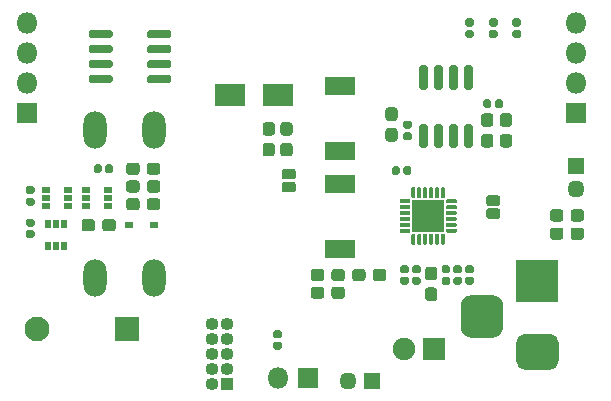
<source format=gbr>
%TF.GenerationSoftware,KiCad,Pcbnew,(5.1.6)-1*%
%TF.CreationDate,2021-03-25T12:52:47+05:30*%
%TF.ProjectId,RX_Controller,52585f43-6f6e-4747-926f-6c6c65722e6b,rev?*%
%TF.SameCoordinates,Original*%
%TF.FileFunction,Soldermask,Bot*%
%TF.FilePolarity,Negative*%
%FSLAX46Y46*%
G04 Gerber Fmt 4.6, Leading zero omitted, Abs format (unit mm)*
G04 Created by KiCad (PCBNEW (5.1.6)-1) date 2021-03-25 12:52:47*
%MOMM*%
%LPD*%
G01*
G04 APERTURE LIST*
%ADD10O,1.950000X3.148000*%
%ADD11O,1.800000X1.800000*%
%ADD12R,1.800000X1.800000*%
%ADD13R,2.100000X2.100000*%
%ADD14C,2.100000*%
%ADD15R,2.600000X1.900000*%
%ADD16R,3.600000X3.600000*%
%ADD17R,1.100000X1.100000*%
%ADD18O,1.100000X1.100000*%
%ADD19R,1.450000X1.450000*%
%ADD20O,1.450000X1.450000*%
%ADD21R,2.500000X1.600000*%
%ADD22R,2.800000X2.800000*%
%ADD23R,0.750000X0.500000*%
%ADD24R,1.900000X1.900000*%
%ADD25C,1.900000*%
%ADD26R,0.700000X0.550000*%
%ADD27R,0.500000X0.750000*%
G04 APERTURE END LIST*
D10*
%TO.C,SW1*%
X107500000Y-90750000D03*
X112500000Y-90750000D03*
X107500000Y-103250000D03*
X112500000Y-103250000D03*
%TD*%
D11*
%TO.C,J3*%
X148250000Y-81630000D03*
X148250000Y-84170000D03*
X148250000Y-86710000D03*
D12*
X148250000Y-89250000D03*
%TD*%
%TO.C,U3*%
G36*
G01*
X109050000Y-82420000D02*
X109050000Y-82770000D01*
G75*
G02*
X108875000Y-82945000I-175000J0D01*
G01*
X107175000Y-82945000D01*
G75*
G02*
X107000000Y-82770000I0J175000D01*
G01*
X107000000Y-82420000D01*
G75*
G02*
X107175000Y-82245000I175000J0D01*
G01*
X108875000Y-82245000D01*
G75*
G02*
X109050000Y-82420000I0J-175000D01*
G01*
G37*
G36*
G01*
X109050000Y-83690000D02*
X109050000Y-84040000D01*
G75*
G02*
X108875000Y-84215000I-175000J0D01*
G01*
X107175000Y-84215000D01*
G75*
G02*
X107000000Y-84040000I0J175000D01*
G01*
X107000000Y-83690000D01*
G75*
G02*
X107175000Y-83515000I175000J0D01*
G01*
X108875000Y-83515000D01*
G75*
G02*
X109050000Y-83690000I0J-175000D01*
G01*
G37*
G36*
G01*
X109050000Y-84960000D02*
X109050000Y-85310000D01*
G75*
G02*
X108875000Y-85485000I-175000J0D01*
G01*
X107175000Y-85485000D01*
G75*
G02*
X107000000Y-85310000I0J175000D01*
G01*
X107000000Y-84960000D01*
G75*
G02*
X107175000Y-84785000I175000J0D01*
G01*
X108875000Y-84785000D01*
G75*
G02*
X109050000Y-84960000I0J-175000D01*
G01*
G37*
G36*
G01*
X109050000Y-86230000D02*
X109050000Y-86580000D01*
G75*
G02*
X108875000Y-86755000I-175000J0D01*
G01*
X107175000Y-86755000D01*
G75*
G02*
X107000000Y-86580000I0J175000D01*
G01*
X107000000Y-86230000D01*
G75*
G02*
X107175000Y-86055000I175000J0D01*
G01*
X108875000Y-86055000D01*
G75*
G02*
X109050000Y-86230000I0J-175000D01*
G01*
G37*
G36*
G01*
X114000000Y-86230000D02*
X114000000Y-86580000D01*
G75*
G02*
X113825000Y-86755000I-175000J0D01*
G01*
X112125000Y-86755000D01*
G75*
G02*
X111950000Y-86580000I0J175000D01*
G01*
X111950000Y-86230000D01*
G75*
G02*
X112125000Y-86055000I175000J0D01*
G01*
X113825000Y-86055000D01*
G75*
G02*
X114000000Y-86230000I0J-175000D01*
G01*
G37*
G36*
G01*
X114000000Y-84960000D02*
X114000000Y-85310000D01*
G75*
G02*
X113825000Y-85485000I-175000J0D01*
G01*
X112125000Y-85485000D01*
G75*
G02*
X111950000Y-85310000I0J175000D01*
G01*
X111950000Y-84960000D01*
G75*
G02*
X112125000Y-84785000I175000J0D01*
G01*
X113825000Y-84785000D01*
G75*
G02*
X114000000Y-84960000I0J-175000D01*
G01*
G37*
G36*
G01*
X114000000Y-83690000D02*
X114000000Y-84040000D01*
G75*
G02*
X113825000Y-84215000I-175000J0D01*
G01*
X112125000Y-84215000D01*
G75*
G02*
X111950000Y-84040000I0J175000D01*
G01*
X111950000Y-83690000D01*
G75*
G02*
X112125000Y-83515000I175000J0D01*
G01*
X113825000Y-83515000D01*
G75*
G02*
X114000000Y-83690000I0J-175000D01*
G01*
G37*
G36*
G01*
X114000000Y-82420000D02*
X114000000Y-82770000D01*
G75*
G02*
X113825000Y-82945000I-175000J0D01*
G01*
X112125000Y-82945000D01*
G75*
G02*
X111950000Y-82770000I0J175000D01*
G01*
X111950000Y-82420000D01*
G75*
G02*
X112125000Y-82245000I175000J0D01*
G01*
X113825000Y-82245000D01*
G75*
G02*
X114000000Y-82420000I0J-175000D01*
G01*
G37*
%TD*%
%TO.C,BT1*%
X125540000Y-111750000D03*
D11*
X123000000Y-111750000D03*
%TD*%
D13*
%TO.C,BZ1*%
X110250000Y-107600000D03*
D14*
X102650000Y-107600000D03*
%TD*%
%TO.C,C1*%
G36*
G01*
X146050000Y-98212500D02*
X146050000Y-97687500D01*
G75*
G02*
X146312500Y-97425000I262500J0D01*
G01*
X146937500Y-97425000D01*
G75*
G02*
X147200000Y-97687500I0J-262500D01*
G01*
X147200000Y-98212500D01*
G75*
G02*
X146937500Y-98475000I-262500J0D01*
G01*
X146312500Y-98475000D01*
G75*
G02*
X146050000Y-98212500I0J262500D01*
G01*
G37*
G36*
G01*
X147800000Y-98212500D02*
X147800000Y-97687500D01*
G75*
G02*
X148062500Y-97425000I262500J0D01*
G01*
X148687500Y-97425000D01*
G75*
G02*
X148950000Y-97687500I0J-262500D01*
G01*
X148950000Y-98212500D01*
G75*
G02*
X148687500Y-98475000I-262500J0D01*
G01*
X148062500Y-98475000D01*
G75*
G02*
X147800000Y-98212500I0J262500D01*
G01*
G37*
%TD*%
%TO.C,C2*%
G36*
G01*
X147800000Y-99762500D02*
X147800000Y-99237500D01*
G75*
G02*
X148062500Y-98975000I262500J0D01*
G01*
X148687500Y-98975000D01*
G75*
G02*
X148950000Y-99237500I0J-262500D01*
G01*
X148950000Y-99762500D01*
G75*
G02*
X148687500Y-100025000I-262500J0D01*
G01*
X148062500Y-100025000D01*
G75*
G02*
X147800000Y-99762500I0J262500D01*
G01*
G37*
G36*
G01*
X146050000Y-99762500D02*
X146050000Y-99237500D01*
G75*
G02*
X146312500Y-98975000I262500J0D01*
G01*
X146937500Y-98975000D01*
G75*
G02*
X147200000Y-99237500I0J-262500D01*
G01*
X147200000Y-99762500D01*
G75*
G02*
X146937500Y-100025000I-262500J0D01*
G01*
X146312500Y-100025000D01*
G75*
G02*
X146050000Y-99762500I0J262500D01*
G01*
G37*
%TD*%
%TO.C,C3*%
G36*
G01*
X133640000Y-94347500D02*
X133640000Y-93952500D01*
G75*
G02*
X133812500Y-93780000I172500J0D01*
G01*
X134157500Y-93780000D01*
G75*
G02*
X134330000Y-93952500I0J-172500D01*
G01*
X134330000Y-94347500D01*
G75*
G02*
X134157500Y-94520000I-172500J0D01*
G01*
X133812500Y-94520000D01*
G75*
G02*
X133640000Y-94347500I0J172500D01*
G01*
G37*
G36*
G01*
X132670000Y-94347500D02*
X132670000Y-93952500D01*
G75*
G02*
X132842500Y-93780000I172500J0D01*
G01*
X133187500Y-93780000D01*
G75*
G02*
X133360000Y-93952500I0J-172500D01*
G01*
X133360000Y-94347500D01*
G75*
G02*
X133187500Y-94520000I-172500J0D01*
G01*
X132842500Y-94520000D01*
G75*
G02*
X132670000Y-94347500I0J172500D01*
G01*
G37*
%TD*%
%TO.C,C4*%
G36*
G01*
X132200000Y-102737500D02*
X132200000Y-103262500D01*
G75*
G02*
X131937500Y-103525000I-262500J0D01*
G01*
X131312500Y-103525000D01*
G75*
G02*
X131050000Y-103262500I0J262500D01*
G01*
X131050000Y-102737500D01*
G75*
G02*
X131312500Y-102475000I262500J0D01*
G01*
X131937500Y-102475000D01*
G75*
G02*
X132200000Y-102737500I0J-262500D01*
G01*
G37*
G36*
G01*
X130450000Y-102737500D02*
X130450000Y-103262500D01*
G75*
G02*
X130187500Y-103525000I-262500J0D01*
G01*
X129562500Y-103525000D01*
G75*
G02*
X129300000Y-103262500I0J262500D01*
G01*
X129300000Y-102737500D01*
G75*
G02*
X129562500Y-102475000I262500J0D01*
G01*
X130187500Y-102475000D01*
G75*
G02*
X130450000Y-102737500I0J-262500D01*
G01*
G37*
%TD*%
%TO.C,C6*%
G36*
G01*
X142597501Y-92200000D02*
X142072501Y-92200000D01*
G75*
G02*
X141810001Y-91937500I0J262500D01*
G01*
X141810001Y-91312500D01*
G75*
G02*
X142072501Y-91050000I262500J0D01*
G01*
X142597501Y-91050000D01*
G75*
G02*
X142860001Y-91312500I0J-262500D01*
G01*
X142860001Y-91937500D01*
G75*
G02*
X142597501Y-92200000I-262500J0D01*
G01*
G37*
G36*
G01*
X142597501Y-90450000D02*
X142072501Y-90450000D01*
G75*
G02*
X141810001Y-90187500I0J262500D01*
G01*
X141810001Y-89562500D01*
G75*
G02*
X142072501Y-89300000I262500J0D01*
G01*
X142597501Y-89300000D01*
G75*
G02*
X142860001Y-89562500I0J-262500D01*
G01*
X142860001Y-90187500D01*
G75*
G02*
X142597501Y-90450000I-262500J0D01*
G01*
G37*
%TD*%
%TO.C,C8*%
G36*
G01*
X126949999Y-102737501D02*
X126949999Y-103262501D01*
G75*
G02*
X126687499Y-103525001I-262500J0D01*
G01*
X126062499Y-103525001D01*
G75*
G02*
X125799999Y-103262501I0J262500D01*
G01*
X125799999Y-102737501D01*
G75*
G02*
X126062499Y-102475001I262500J0D01*
G01*
X126687499Y-102475001D01*
G75*
G02*
X126949999Y-102737501I0J-262500D01*
G01*
G37*
G36*
G01*
X128699999Y-102737501D02*
X128699999Y-103262501D01*
G75*
G02*
X128437499Y-103525001I-262500J0D01*
G01*
X127812499Y-103525001D01*
G75*
G02*
X127549999Y-103262501I0J262500D01*
G01*
X127549999Y-102737501D01*
G75*
G02*
X127812499Y-102475001I262500J0D01*
G01*
X128437499Y-102475001D01*
G75*
G02*
X128699999Y-102737501I0J-262500D01*
G01*
G37*
%TD*%
%TO.C,C9*%
G36*
G01*
X141012500Y-90450000D02*
X140487500Y-90450000D01*
G75*
G02*
X140225000Y-90187500I0J262500D01*
G01*
X140225000Y-89562500D01*
G75*
G02*
X140487500Y-89300000I262500J0D01*
G01*
X141012500Y-89300000D01*
G75*
G02*
X141275000Y-89562500I0J-262500D01*
G01*
X141275000Y-90187500D01*
G75*
G02*
X141012500Y-90450000I-262500J0D01*
G01*
G37*
G36*
G01*
X141012500Y-92200000D02*
X140487500Y-92200000D01*
G75*
G02*
X140225000Y-91937500I0J262500D01*
G01*
X140225000Y-91312500D01*
G75*
G02*
X140487500Y-91050000I262500J0D01*
G01*
X141012500Y-91050000D01*
G75*
G02*
X141275000Y-91312500I0J-262500D01*
G01*
X141275000Y-91937500D01*
G75*
G02*
X141012500Y-92200000I-262500J0D01*
G01*
G37*
%TD*%
%TO.C,C10*%
G36*
G01*
X128700000Y-104237500D02*
X128700000Y-104762500D01*
G75*
G02*
X128437500Y-105025000I-262500J0D01*
G01*
X127812500Y-105025000D01*
G75*
G02*
X127550000Y-104762500I0J262500D01*
G01*
X127550000Y-104237500D01*
G75*
G02*
X127812500Y-103975000I262500J0D01*
G01*
X128437500Y-103975000D01*
G75*
G02*
X128700000Y-104237500I0J-262500D01*
G01*
G37*
G36*
G01*
X126950000Y-104237500D02*
X126950000Y-104762500D01*
G75*
G02*
X126687500Y-105025000I-262500J0D01*
G01*
X126062500Y-105025000D01*
G75*
G02*
X125800000Y-104762500I0J262500D01*
G01*
X125800000Y-104237500D01*
G75*
G02*
X126062500Y-103975000I262500J0D01*
G01*
X126687500Y-103975000D01*
G75*
G02*
X126950000Y-104237500I0J-262500D01*
G01*
G37*
%TD*%
%TO.C,C11*%
G36*
G01*
X111325000Y-93737500D02*
X111325000Y-94262500D01*
G75*
G02*
X111062500Y-94525000I-262500J0D01*
G01*
X110437500Y-94525000D01*
G75*
G02*
X110175000Y-94262500I0J262500D01*
G01*
X110175000Y-93737500D01*
G75*
G02*
X110437500Y-93475000I262500J0D01*
G01*
X111062500Y-93475000D01*
G75*
G02*
X111325000Y-93737500I0J-262500D01*
G01*
G37*
G36*
G01*
X113075000Y-93737500D02*
X113075000Y-94262500D01*
G75*
G02*
X112812500Y-94525000I-262500J0D01*
G01*
X112187500Y-94525000D01*
G75*
G02*
X111925000Y-94262500I0J262500D01*
G01*
X111925000Y-93737500D01*
G75*
G02*
X112187500Y-93475000I262500J0D01*
G01*
X112812500Y-93475000D01*
G75*
G02*
X113075000Y-93737500I0J-262500D01*
G01*
G37*
%TD*%
%TO.C,C13*%
G36*
G01*
X109300000Y-98512500D02*
X109300000Y-99037500D01*
G75*
G02*
X109037500Y-99300000I-262500J0D01*
G01*
X108412500Y-99300000D01*
G75*
G02*
X108150000Y-99037500I0J262500D01*
G01*
X108150000Y-98512500D01*
G75*
G02*
X108412500Y-98250000I262500J0D01*
G01*
X109037500Y-98250000D01*
G75*
G02*
X109300000Y-98512500I0J-262500D01*
G01*
G37*
G36*
G01*
X107550000Y-98512500D02*
X107550000Y-99037500D01*
G75*
G02*
X107287500Y-99300000I-262500J0D01*
G01*
X106662500Y-99300000D01*
G75*
G02*
X106400000Y-99037500I0J262500D01*
G01*
X106400000Y-98512500D01*
G75*
G02*
X106662500Y-98250000I262500J0D01*
G01*
X107287500Y-98250000D01*
G75*
G02*
X107550000Y-98512500I0J-262500D01*
G01*
G37*
%TD*%
%TO.C,C12*%
G36*
G01*
X122802500Y-107670000D02*
X123197500Y-107670000D01*
G75*
G02*
X123370000Y-107842500I0J-172500D01*
G01*
X123370000Y-108187500D01*
G75*
G02*
X123197500Y-108360000I-172500J0D01*
G01*
X122802500Y-108360000D01*
G75*
G02*
X122630000Y-108187500I0J172500D01*
G01*
X122630000Y-107842500D01*
G75*
G02*
X122802500Y-107670000I172500J0D01*
G01*
G37*
G36*
G01*
X122802500Y-108640000D02*
X123197500Y-108640000D01*
G75*
G02*
X123370000Y-108812500I0J-172500D01*
G01*
X123370000Y-109157500D01*
G75*
G02*
X123197500Y-109330000I-172500J0D01*
G01*
X122802500Y-109330000D01*
G75*
G02*
X122630000Y-109157500I0J172500D01*
G01*
X122630000Y-108812500D01*
G75*
G02*
X122802500Y-108640000I172500J0D01*
G01*
G37*
%TD*%
%TO.C,C14*%
G36*
G01*
X133802500Y-89920000D02*
X134197500Y-89920000D01*
G75*
G02*
X134370000Y-90092500I0J-172500D01*
G01*
X134370000Y-90437500D01*
G75*
G02*
X134197500Y-90610000I-172500J0D01*
G01*
X133802500Y-90610000D01*
G75*
G02*
X133630000Y-90437500I0J172500D01*
G01*
X133630000Y-90092500D01*
G75*
G02*
X133802500Y-89920000I172500J0D01*
G01*
G37*
G36*
G01*
X133802500Y-90890000D02*
X134197500Y-90890000D01*
G75*
G02*
X134370000Y-91062500I0J-172500D01*
G01*
X134370000Y-91407500D01*
G75*
G02*
X134197500Y-91580000I-172500J0D01*
G01*
X133802500Y-91580000D01*
G75*
G02*
X133630000Y-91407500I0J172500D01*
G01*
X133630000Y-91062500D01*
G75*
G02*
X133802500Y-90890000I172500J0D01*
G01*
G37*
%TD*%
%TO.C,C17*%
G36*
G01*
X122512500Y-91200000D02*
X121987500Y-91200000D01*
G75*
G02*
X121725000Y-90937500I0J262500D01*
G01*
X121725000Y-90312500D01*
G75*
G02*
X121987500Y-90050000I262500J0D01*
G01*
X122512500Y-90050000D01*
G75*
G02*
X122775000Y-90312500I0J-262500D01*
G01*
X122775000Y-90937500D01*
G75*
G02*
X122512500Y-91200000I-262500J0D01*
G01*
G37*
G36*
G01*
X122512500Y-92950000D02*
X121987500Y-92950000D01*
G75*
G02*
X121725000Y-92687500I0J262500D01*
G01*
X121725000Y-92062500D01*
G75*
G02*
X121987500Y-91800000I262500J0D01*
G01*
X122512500Y-91800000D01*
G75*
G02*
X122775000Y-92062500I0J-262500D01*
G01*
X122775000Y-92687500D01*
G75*
G02*
X122512500Y-92950000I-262500J0D01*
G01*
G37*
%TD*%
D15*
%TO.C,D6*%
X123000000Y-87750000D03*
X119000000Y-87750000D03*
%TD*%
D12*
%TO.C,J4*%
X101750000Y-89250000D03*
D11*
X101750000Y-86710000D03*
X101750000Y-84170000D03*
X101750000Y-81630000D03*
%TD*%
D16*
%TO.C,J1*%
X145000000Y-103500000D03*
G36*
G01*
X146025000Y-111050000D02*
X143975000Y-111050000D01*
G75*
G02*
X143200000Y-110275000I0J775000D01*
G01*
X143200000Y-108725000D01*
G75*
G02*
X143975000Y-107950000I775000J0D01*
G01*
X146025000Y-107950000D01*
G75*
G02*
X146800000Y-108725000I0J-775000D01*
G01*
X146800000Y-110275000D01*
G75*
G02*
X146025000Y-111050000I-775000J0D01*
G01*
G37*
G36*
G01*
X141200000Y-108300000D02*
X139400000Y-108300000D01*
G75*
G02*
X138500000Y-107400000I0J900000D01*
G01*
X138500000Y-105600000D01*
G75*
G02*
X139400000Y-104700000I900000J0D01*
G01*
X141200000Y-104700000D01*
G75*
G02*
X142100000Y-105600000I0J-900000D01*
G01*
X142100000Y-107400000D01*
G75*
G02*
X141200000Y-108300000I-900000J0D01*
G01*
G37*
%TD*%
D17*
%TO.C,J2*%
X118750000Y-112250000D03*
D18*
X117480000Y-112250000D03*
X118750000Y-110980000D03*
X117480000Y-110980000D03*
X118750000Y-109710000D03*
X117480000Y-109710000D03*
X118750000Y-108440000D03*
X117480000Y-108440000D03*
X118750000Y-107170000D03*
X117480000Y-107170000D03*
%TD*%
D19*
%TO.C,J5*%
X148250000Y-93750000D03*
D20*
X148250000Y-95750000D03*
%TD*%
%TO.C,JP1*%
G36*
G01*
X140875000Y-97350000D02*
X141625000Y-97350000D01*
G75*
G02*
X141850000Y-97575000I0J-225000D01*
G01*
X141850000Y-98025000D01*
G75*
G02*
X141625000Y-98250000I-225000J0D01*
G01*
X140875000Y-98250000D01*
G75*
G02*
X140650000Y-98025000I0J225000D01*
G01*
X140650000Y-97575000D01*
G75*
G02*
X140875000Y-97350000I225000J0D01*
G01*
G37*
G36*
G01*
X140875000Y-96250000D02*
X141625000Y-96250000D01*
G75*
G02*
X141850000Y-96475000I0J-225000D01*
G01*
X141850000Y-96925000D01*
G75*
G02*
X141625000Y-97150000I-225000J0D01*
G01*
X140875000Y-97150000D01*
G75*
G02*
X140650000Y-96925000I0J225000D01*
G01*
X140650000Y-96475000D01*
G75*
G02*
X140875000Y-96250000I225000J0D01*
G01*
G37*
%TD*%
%TO.C,JP2*%
G36*
G01*
X123575000Y-94000000D02*
X124325000Y-94000000D01*
G75*
G02*
X124550000Y-94225000I0J-225000D01*
G01*
X124550000Y-94675000D01*
G75*
G02*
X124325000Y-94900000I-225000J0D01*
G01*
X123575000Y-94900000D01*
G75*
G02*
X123350000Y-94675000I0J225000D01*
G01*
X123350000Y-94225000D01*
G75*
G02*
X123575000Y-94000000I225000J0D01*
G01*
G37*
G36*
G01*
X123575000Y-95100000D02*
X124325000Y-95100000D01*
G75*
G02*
X124550000Y-95325000I0J-225000D01*
G01*
X124550000Y-95775000D01*
G75*
G02*
X124325000Y-96000000I-225000J0D01*
G01*
X123575000Y-96000000D01*
G75*
G02*
X123350000Y-95775000I0J225000D01*
G01*
X123350000Y-95325000D01*
G75*
G02*
X123575000Y-95100000I225000J0D01*
G01*
G37*
%TD*%
D21*
%TO.C,L1*%
X128250000Y-100750000D03*
X128250000Y-95250000D03*
%TD*%
%TO.C,L2*%
X128250000Y-87000000D03*
X128250000Y-92500000D03*
%TD*%
%TO.C,R2*%
G36*
G01*
X138052500Y-102170000D02*
X138447500Y-102170000D01*
G75*
G02*
X138620000Y-102342500I0J-172500D01*
G01*
X138620000Y-102687500D01*
G75*
G02*
X138447500Y-102860000I-172500J0D01*
G01*
X138052500Y-102860000D01*
G75*
G02*
X137880000Y-102687500I0J172500D01*
G01*
X137880000Y-102342500D01*
G75*
G02*
X138052500Y-102170000I172500J0D01*
G01*
G37*
G36*
G01*
X138052500Y-103140000D02*
X138447500Y-103140000D01*
G75*
G02*
X138620000Y-103312500I0J-172500D01*
G01*
X138620000Y-103657500D01*
G75*
G02*
X138447500Y-103830000I-172500J0D01*
G01*
X138052500Y-103830000D01*
G75*
G02*
X137880000Y-103657500I0J172500D01*
G01*
X137880000Y-103312500D01*
G75*
G02*
X138052500Y-103140000I172500J0D01*
G01*
G37*
%TD*%
%TO.C,R3*%
G36*
G01*
X139052500Y-102170000D02*
X139447500Y-102170000D01*
G75*
G02*
X139620000Y-102342500I0J-172500D01*
G01*
X139620000Y-102687500D01*
G75*
G02*
X139447500Y-102860000I-172500J0D01*
G01*
X139052500Y-102860000D01*
G75*
G02*
X138880000Y-102687500I0J172500D01*
G01*
X138880000Y-102342500D01*
G75*
G02*
X139052500Y-102170000I172500J0D01*
G01*
G37*
G36*
G01*
X139052500Y-103140000D02*
X139447500Y-103140000D01*
G75*
G02*
X139620000Y-103312500I0J-172500D01*
G01*
X139620000Y-103657500D01*
G75*
G02*
X139447500Y-103830000I-172500J0D01*
G01*
X139052500Y-103830000D01*
G75*
G02*
X138880000Y-103657500I0J172500D01*
G01*
X138880000Y-103312500D01*
G75*
G02*
X139052500Y-103140000I172500J0D01*
G01*
G37*
%TD*%
%TO.C,R5*%
G36*
G01*
X135737500Y-104050000D02*
X136262500Y-104050000D01*
G75*
G02*
X136525000Y-104312500I0J-262500D01*
G01*
X136525000Y-104937500D01*
G75*
G02*
X136262500Y-105200000I-262500J0D01*
G01*
X135737500Y-105200000D01*
G75*
G02*
X135475000Y-104937500I0J262500D01*
G01*
X135475000Y-104312500D01*
G75*
G02*
X135737500Y-104050000I262500J0D01*
G01*
G37*
G36*
G01*
X135737500Y-102300000D02*
X136262500Y-102300000D01*
G75*
G02*
X136525000Y-102562500I0J-262500D01*
G01*
X136525000Y-103187500D01*
G75*
G02*
X136262500Y-103450000I-262500J0D01*
G01*
X135737500Y-103450000D01*
G75*
G02*
X135475000Y-103187500I0J262500D01*
G01*
X135475000Y-102562500D01*
G75*
G02*
X135737500Y-102300000I262500J0D01*
G01*
G37*
%TD*%
%TO.C,R6*%
G36*
G01*
X137052500Y-103140000D02*
X137447500Y-103140000D01*
G75*
G02*
X137620000Y-103312500I0J-172500D01*
G01*
X137620000Y-103657500D01*
G75*
G02*
X137447500Y-103830000I-172500J0D01*
G01*
X137052500Y-103830000D01*
G75*
G02*
X136880000Y-103657500I0J172500D01*
G01*
X136880000Y-103312500D01*
G75*
G02*
X137052500Y-103140000I172500J0D01*
G01*
G37*
G36*
G01*
X137052500Y-102170000D02*
X137447500Y-102170000D01*
G75*
G02*
X137620000Y-102342500I0J-172500D01*
G01*
X137620000Y-102687500D01*
G75*
G02*
X137447500Y-102860000I-172500J0D01*
G01*
X137052500Y-102860000D01*
G75*
G02*
X136880000Y-102687500I0J172500D01*
G01*
X136880000Y-102342500D01*
G75*
G02*
X137052500Y-102170000I172500J0D01*
G01*
G37*
%TD*%
%TO.C,R10*%
G36*
G01*
X134947500Y-102860000D02*
X134552500Y-102860000D01*
G75*
G02*
X134380000Y-102687500I0J172500D01*
G01*
X134380000Y-102342500D01*
G75*
G02*
X134552500Y-102170000I172500J0D01*
G01*
X134947500Y-102170000D01*
G75*
G02*
X135120000Y-102342500I0J-172500D01*
G01*
X135120000Y-102687500D01*
G75*
G02*
X134947500Y-102860000I-172500J0D01*
G01*
G37*
G36*
G01*
X134947500Y-103830000D02*
X134552500Y-103830000D01*
G75*
G02*
X134380000Y-103657500I0J172500D01*
G01*
X134380000Y-103312500D01*
G75*
G02*
X134552500Y-103140000I172500J0D01*
G01*
X134947500Y-103140000D01*
G75*
G02*
X135120000Y-103312500I0J-172500D01*
G01*
X135120000Y-103657500D01*
G75*
G02*
X134947500Y-103830000I-172500J0D01*
G01*
G37*
%TD*%
%TO.C,R11*%
G36*
G01*
X133552500Y-102170000D02*
X133947500Y-102170000D01*
G75*
G02*
X134120000Y-102342500I0J-172500D01*
G01*
X134120000Y-102687500D01*
G75*
G02*
X133947500Y-102860000I-172500J0D01*
G01*
X133552500Y-102860000D01*
G75*
G02*
X133380000Y-102687500I0J172500D01*
G01*
X133380000Y-102342500D01*
G75*
G02*
X133552500Y-102170000I172500J0D01*
G01*
G37*
G36*
G01*
X133552500Y-103140000D02*
X133947500Y-103140000D01*
G75*
G02*
X134120000Y-103312500I0J-172500D01*
G01*
X134120000Y-103657500D01*
G75*
G02*
X133947500Y-103830000I-172500J0D01*
G01*
X133552500Y-103830000D01*
G75*
G02*
X133380000Y-103657500I0J172500D01*
G01*
X133380000Y-103312500D01*
G75*
G02*
X133552500Y-103140000I172500J0D01*
G01*
G37*
%TD*%
%TO.C,R15*%
G36*
G01*
X111925000Y-95762500D02*
X111925000Y-95237500D01*
G75*
G02*
X112187500Y-94975000I262500J0D01*
G01*
X112812500Y-94975000D01*
G75*
G02*
X113075000Y-95237500I0J-262500D01*
G01*
X113075000Y-95762500D01*
G75*
G02*
X112812500Y-96025000I-262500J0D01*
G01*
X112187500Y-96025000D01*
G75*
G02*
X111925000Y-95762500I0J262500D01*
G01*
G37*
G36*
G01*
X110175000Y-95762500D02*
X110175000Y-95237500D01*
G75*
G02*
X110437500Y-94975000I262500J0D01*
G01*
X111062500Y-94975000D01*
G75*
G02*
X111325000Y-95237500I0J-262500D01*
G01*
X111325000Y-95762500D01*
G75*
G02*
X111062500Y-96025000I-262500J0D01*
G01*
X110437500Y-96025000D01*
G75*
G02*
X110175000Y-95762500I0J262500D01*
G01*
G37*
%TD*%
%TO.C,R16*%
G36*
G01*
X110175000Y-97262500D02*
X110175000Y-96737500D01*
G75*
G02*
X110437500Y-96475000I262500J0D01*
G01*
X111062500Y-96475000D01*
G75*
G02*
X111325000Y-96737500I0J-262500D01*
G01*
X111325000Y-97262500D01*
G75*
G02*
X111062500Y-97525000I-262500J0D01*
G01*
X110437500Y-97525000D01*
G75*
G02*
X110175000Y-97262500I0J262500D01*
G01*
G37*
G36*
G01*
X111925000Y-97262500D02*
X111925000Y-96737500D01*
G75*
G02*
X112187500Y-96475000I262500J0D01*
G01*
X112812500Y-96475000D01*
G75*
G02*
X113075000Y-96737500I0J-262500D01*
G01*
X113075000Y-97262500D01*
G75*
G02*
X112812500Y-97525000I-262500J0D01*
G01*
X112187500Y-97525000D01*
G75*
G02*
X111925000Y-97262500I0J262500D01*
G01*
G37*
%TD*%
%TO.C,R4*%
G36*
G01*
X141052500Y-82240000D02*
X141447500Y-82240000D01*
G75*
G02*
X141620000Y-82412500I0J-172500D01*
G01*
X141620000Y-82757500D01*
G75*
G02*
X141447500Y-82930000I-172500J0D01*
G01*
X141052500Y-82930000D01*
G75*
G02*
X140880000Y-82757500I0J172500D01*
G01*
X140880000Y-82412500D01*
G75*
G02*
X141052500Y-82240000I172500J0D01*
G01*
G37*
G36*
G01*
X141052500Y-81270000D02*
X141447500Y-81270000D01*
G75*
G02*
X141620000Y-81442500I0J-172500D01*
G01*
X141620000Y-81787500D01*
G75*
G02*
X141447500Y-81960000I-172500J0D01*
G01*
X141052500Y-81960000D01*
G75*
G02*
X140880000Y-81787500I0J172500D01*
G01*
X140880000Y-81442500D01*
G75*
G02*
X141052500Y-81270000I172500J0D01*
G01*
G37*
%TD*%
%TO.C,R1*%
G36*
G01*
X139052500Y-82240000D02*
X139447500Y-82240000D01*
G75*
G02*
X139620000Y-82412500I0J-172500D01*
G01*
X139620000Y-82757500D01*
G75*
G02*
X139447500Y-82930000I-172500J0D01*
G01*
X139052500Y-82930000D01*
G75*
G02*
X138880000Y-82757500I0J172500D01*
G01*
X138880000Y-82412500D01*
G75*
G02*
X139052500Y-82240000I172500J0D01*
G01*
G37*
G36*
G01*
X139052500Y-81270000D02*
X139447500Y-81270000D01*
G75*
G02*
X139620000Y-81442500I0J-172500D01*
G01*
X139620000Y-81787500D01*
G75*
G02*
X139447500Y-81960000I-172500J0D01*
G01*
X139052500Y-81960000D01*
G75*
G02*
X138880000Y-81787500I0J172500D01*
G01*
X138880000Y-81442500D01*
G75*
G02*
X139052500Y-81270000I172500J0D01*
G01*
G37*
%TD*%
%TO.C,R19*%
G36*
G01*
X140420000Y-88697500D02*
X140420000Y-88302500D01*
G75*
G02*
X140592500Y-88130000I172500J0D01*
G01*
X140937500Y-88130000D01*
G75*
G02*
X141110000Y-88302500I0J-172500D01*
G01*
X141110000Y-88697500D01*
G75*
G02*
X140937500Y-88870000I-172500J0D01*
G01*
X140592500Y-88870000D01*
G75*
G02*
X140420000Y-88697500I0J172500D01*
G01*
G37*
G36*
G01*
X141390000Y-88697500D02*
X141390000Y-88302500D01*
G75*
G02*
X141562500Y-88130000I172500J0D01*
G01*
X141907500Y-88130000D01*
G75*
G02*
X142080000Y-88302500I0J-172500D01*
G01*
X142080000Y-88697500D01*
G75*
G02*
X141907500Y-88870000I-172500J0D01*
G01*
X141562500Y-88870000D01*
G75*
G02*
X141390000Y-88697500I0J172500D01*
G01*
G37*
%TD*%
%TO.C,R21*%
G36*
G01*
X123487500Y-90049998D02*
X124012500Y-90049998D01*
G75*
G02*
X124275000Y-90312498I0J-262500D01*
G01*
X124275000Y-90937498D01*
G75*
G02*
X124012500Y-91199998I-262500J0D01*
G01*
X123487500Y-91199998D01*
G75*
G02*
X123225000Y-90937498I0J262500D01*
G01*
X123225000Y-90312498D01*
G75*
G02*
X123487500Y-90049998I262500J0D01*
G01*
G37*
G36*
G01*
X123487500Y-91799998D02*
X124012500Y-91799998D01*
G75*
G02*
X124275000Y-92062498I0J-262500D01*
G01*
X124275000Y-92687498D01*
G75*
G02*
X124012500Y-92949998I-262500J0D01*
G01*
X123487500Y-92949998D01*
G75*
G02*
X123225000Y-92687498I0J262500D01*
G01*
X123225000Y-92062498D01*
G75*
G02*
X123487500Y-91799998I262500J0D01*
G01*
G37*
%TD*%
%TO.C,R23*%
G36*
G01*
X143052500Y-81270000D02*
X143447500Y-81270000D01*
G75*
G02*
X143620000Y-81442500I0J-172500D01*
G01*
X143620000Y-81787500D01*
G75*
G02*
X143447500Y-81960000I-172500J0D01*
G01*
X143052500Y-81960000D01*
G75*
G02*
X142880000Y-81787500I0J172500D01*
G01*
X142880000Y-81442500D01*
G75*
G02*
X143052500Y-81270000I172500J0D01*
G01*
G37*
G36*
G01*
X143052500Y-82240000D02*
X143447500Y-82240000D01*
G75*
G02*
X143620000Y-82412500I0J-172500D01*
G01*
X143620000Y-82757500D01*
G75*
G02*
X143447500Y-82930000I-172500J0D01*
G01*
X143052500Y-82930000D01*
G75*
G02*
X142880000Y-82757500I0J172500D01*
G01*
X142880000Y-82412500D01*
G75*
G02*
X143052500Y-82240000I172500J0D01*
G01*
G37*
%TD*%
D19*
%TO.C,TH1*%
X131000000Y-112000000D03*
D20*
X129000000Y-112000000D03*
%TD*%
%TO.C,U1*%
G36*
G01*
X138175000Y-96662500D02*
X138175000Y-96837500D01*
G75*
G02*
X138087500Y-96925000I-87500J0D01*
G01*
X137337500Y-96925000D01*
G75*
G02*
X137250000Y-96837500I0J87500D01*
G01*
X137250000Y-96662500D01*
G75*
G02*
X137337500Y-96575000I87500J0D01*
G01*
X138087500Y-96575000D01*
G75*
G02*
X138175000Y-96662500I0J-87500D01*
G01*
G37*
G36*
G01*
X138175000Y-97162500D02*
X138175000Y-97337500D01*
G75*
G02*
X138087500Y-97425000I-87500J0D01*
G01*
X137337500Y-97425000D01*
G75*
G02*
X137250000Y-97337500I0J87500D01*
G01*
X137250000Y-97162500D01*
G75*
G02*
X137337500Y-97075000I87500J0D01*
G01*
X138087500Y-97075000D01*
G75*
G02*
X138175000Y-97162500I0J-87500D01*
G01*
G37*
G36*
G01*
X138175000Y-97662500D02*
X138175000Y-97837500D01*
G75*
G02*
X138087500Y-97925000I-87500J0D01*
G01*
X137337500Y-97925000D01*
G75*
G02*
X137250000Y-97837500I0J87500D01*
G01*
X137250000Y-97662500D01*
G75*
G02*
X137337500Y-97575000I87500J0D01*
G01*
X138087500Y-97575000D01*
G75*
G02*
X138175000Y-97662500I0J-87500D01*
G01*
G37*
G36*
G01*
X138175000Y-98162500D02*
X138175000Y-98337500D01*
G75*
G02*
X138087500Y-98425000I-87500J0D01*
G01*
X137337500Y-98425000D01*
G75*
G02*
X137250000Y-98337500I0J87500D01*
G01*
X137250000Y-98162500D01*
G75*
G02*
X137337500Y-98075000I87500J0D01*
G01*
X138087500Y-98075000D01*
G75*
G02*
X138175000Y-98162500I0J-87500D01*
G01*
G37*
G36*
G01*
X138175000Y-98662500D02*
X138175000Y-98837500D01*
G75*
G02*
X138087500Y-98925000I-87500J0D01*
G01*
X137337500Y-98925000D01*
G75*
G02*
X137250000Y-98837500I0J87500D01*
G01*
X137250000Y-98662500D01*
G75*
G02*
X137337500Y-98575000I87500J0D01*
G01*
X138087500Y-98575000D01*
G75*
G02*
X138175000Y-98662500I0J-87500D01*
G01*
G37*
G36*
G01*
X138175000Y-99162500D02*
X138175000Y-99337500D01*
G75*
G02*
X138087500Y-99425000I-87500J0D01*
G01*
X137337500Y-99425000D01*
G75*
G02*
X137250000Y-99337500I0J87500D01*
G01*
X137250000Y-99162500D01*
G75*
G02*
X137337500Y-99075000I87500J0D01*
G01*
X138087500Y-99075000D01*
G75*
G02*
X138175000Y-99162500I0J-87500D01*
G01*
G37*
G36*
G01*
X137175000Y-99587500D02*
X137175000Y-100337500D01*
G75*
G02*
X137087500Y-100425000I-87500J0D01*
G01*
X136912500Y-100425000D01*
G75*
G02*
X136825000Y-100337500I0J87500D01*
G01*
X136825000Y-99587500D01*
G75*
G02*
X136912500Y-99500000I87500J0D01*
G01*
X137087500Y-99500000D01*
G75*
G02*
X137175000Y-99587500I0J-87500D01*
G01*
G37*
G36*
G01*
X136675000Y-99587500D02*
X136675000Y-100337500D01*
G75*
G02*
X136587500Y-100425000I-87500J0D01*
G01*
X136412500Y-100425000D01*
G75*
G02*
X136325000Y-100337500I0J87500D01*
G01*
X136325000Y-99587500D01*
G75*
G02*
X136412500Y-99500000I87500J0D01*
G01*
X136587500Y-99500000D01*
G75*
G02*
X136675000Y-99587500I0J-87500D01*
G01*
G37*
G36*
G01*
X136175000Y-99587500D02*
X136175000Y-100337500D01*
G75*
G02*
X136087500Y-100425000I-87500J0D01*
G01*
X135912500Y-100425000D01*
G75*
G02*
X135825000Y-100337500I0J87500D01*
G01*
X135825000Y-99587500D01*
G75*
G02*
X135912500Y-99500000I87500J0D01*
G01*
X136087500Y-99500000D01*
G75*
G02*
X136175000Y-99587500I0J-87500D01*
G01*
G37*
G36*
G01*
X135675000Y-99587500D02*
X135675000Y-100337500D01*
G75*
G02*
X135587500Y-100425000I-87500J0D01*
G01*
X135412500Y-100425000D01*
G75*
G02*
X135325000Y-100337500I0J87500D01*
G01*
X135325000Y-99587500D01*
G75*
G02*
X135412500Y-99500000I87500J0D01*
G01*
X135587500Y-99500000D01*
G75*
G02*
X135675000Y-99587500I0J-87500D01*
G01*
G37*
G36*
G01*
X135175000Y-99587500D02*
X135175000Y-100337500D01*
G75*
G02*
X135087500Y-100425000I-87500J0D01*
G01*
X134912500Y-100425000D01*
G75*
G02*
X134825000Y-100337500I0J87500D01*
G01*
X134825000Y-99587500D01*
G75*
G02*
X134912500Y-99500000I87500J0D01*
G01*
X135087500Y-99500000D01*
G75*
G02*
X135175000Y-99587500I0J-87500D01*
G01*
G37*
G36*
G01*
X134675000Y-99587500D02*
X134675000Y-100337500D01*
G75*
G02*
X134587500Y-100425000I-87500J0D01*
G01*
X134412500Y-100425000D01*
G75*
G02*
X134325000Y-100337500I0J87500D01*
G01*
X134325000Y-99587500D01*
G75*
G02*
X134412500Y-99500000I87500J0D01*
G01*
X134587500Y-99500000D01*
G75*
G02*
X134675000Y-99587500I0J-87500D01*
G01*
G37*
G36*
G01*
X134250000Y-99162500D02*
X134250000Y-99337500D01*
G75*
G02*
X134162500Y-99425000I-87500J0D01*
G01*
X133412500Y-99425000D01*
G75*
G02*
X133325000Y-99337500I0J87500D01*
G01*
X133325000Y-99162500D01*
G75*
G02*
X133412500Y-99075000I87500J0D01*
G01*
X134162500Y-99075000D01*
G75*
G02*
X134250000Y-99162500I0J-87500D01*
G01*
G37*
G36*
G01*
X134250000Y-98662500D02*
X134250000Y-98837500D01*
G75*
G02*
X134162500Y-98925000I-87500J0D01*
G01*
X133412500Y-98925000D01*
G75*
G02*
X133325000Y-98837500I0J87500D01*
G01*
X133325000Y-98662500D01*
G75*
G02*
X133412500Y-98575000I87500J0D01*
G01*
X134162500Y-98575000D01*
G75*
G02*
X134250000Y-98662500I0J-87500D01*
G01*
G37*
G36*
G01*
X134250000Y-98162500D02*
X134250000Y-98337500D01*
G75*
G02*
X134162500Y-98425000I-87500J0D01*
G01*
X133412500Y-98425000D01*
G75*
G02*
X133325000Y-98337500I0J87500D01*
G01*
X133325000Y-98162500D01*
G75*
G02*
X133412500Y-98075000I87500J0D01*
G01*
X134162500Y-98075000D01*
G75*
G02*
X134250000Y-98162500I0J-87500D01*
G01*
G37*
G36*
G01*
X134250000Y-97662500D02*
X134250000Y-97837500D01*
G75*
G02*
X134162500Y-97925000I-87500J0D01*
G01*
X133412500Y-97925000D01*
G75*
G02*
X133325000Y-97837500I0J87500D01*
G01*
X133325000Y-97662500D01*
G75*
G02*
X133412500Y-97575000I87500J0D01*
G01*
X134162500Y-97575000D01*
G75*
G02*
X134250000Y-97662500I0J-87500D01*
G01*
G37*
G36*
G01*
X134250000Y-97162500D02*
X134250000Y-97337500D01*
G75*
G02*
X134162500Y-97425000I-87500J0D01*
G01*
X133412500Y-97425000D01*
G75*
G02*
X133325000Y-97337500I0J87500D01*
G01*
X133325000Y-97162500D01*
G75*
G02*
X133412500Y-97075000I87500J0D01*
G01*
X134162500Y-97075000D01*
G75*
G02*
X134250000Y-97162500I0J-87500D01*
G01*
G37*
G36*
G01*
X134250000Y-96662500D02*
X134250000Y-96837500D01*
G75*
G02*
X134162500Y-96925000I-87500J0D01*
G01*
X133412500Y-96925000D01*
G75*
G02*
X133325000Y-96837500I0J87500D01*
G01*
X133325000Y-96662500D01*
G75*
G02*
X133412500Y-96575000I87500J0D01*
G01*
X134162500Y-96575000D01*
G75*
G02*
X134250000Y-96662500I0J-87500D01*
G01*
G37*
G36*
G01*
X134675000Y-95662500D02*
X134675000Y-96412500D01*
G75*
G02*
X134587500Y-96500000I-87500J0D01*
G01*
X134412500Y-96500000D01*
G75*
G02*
X134325000Y-96412500I0J87500D01*
G01*
X134325000Y-95662500D01*
G75*
G02*
X134412500Y-95575000I87500J0D01*
G01*
X134587500Y-95575000D01*
G75*
G02*
X134675000Y-95662500I0J-87500D01*
G01*
G37*
G36*
G01*
X135175000Y-95662500D02*
X135175000Y-96412500D01*
G75*
G02*
X135087500Y-96500000I-87500J0D01*
G01*
X134912500Y-96500000D01*
G75*
G02*
X134825000Y-96412500I0J87500D01*
G01*
X134825000Y-95662500D01*
G75*
G02*
X134912500Y-95575000I87500J0D01*
G01*
X135087500Y-95575000D01*
G75*
G02*
X135175000Y-95662500I0J-87500D01*
G01*
G37*
G36*
G01*
X135675000Y-95662500D02*
X135675000Y-96412500D01*
G75*
G02*
X135587500Y-96500000I-87500J0D01*
G01*
X135412500Y-96500000D01*
G75*
G02*
X135325000Y-96412500I0J87500D01*
G01*
X135325000Y-95662500D01*
G75*
G02*
X135412500Y-95575000I87500J0D01*
G01*
X135587500Y-95575000D01*
G75*
G02*
X135675000Y-95662500I0J-87500D01*
G01*
G37*
G36*
G01*
X136175000Y-95662500D02*
X136175000Y-96412500D01*
G75*
G02*
X136087500Y-96500000I-87500J0D01*
G01*
X135912500Y-96500000D01*
G75*
G02*
X135825000Y-96412500I0J87500D01*
G01*
X135825000Y-95662500D01*
G75*
G02*
X135912500Y-95575000I87500J0D01*
G01*
X136087500Y-95575000D01*
G75*
G02*
X136175000Y-95662500I0J-87500D01*
G01*
G37*
G36*
G01*
X136675000Y-95662500D02*
X136675000Y-96412500D01*
G75*
G02*
X136587500Y-96500000I-87500J0D01*
G01*
X136412500Y-96500000D01*
G75*
G02*
X136325000Y-96412500I0J87500D01*
G01*
X136325000Y-95662500D01*
G75*
G02*
X136412500Y-95575000I87500J0D01*
G01*
X136587500Y-95575000D01*
G75*
G02*
X136675000Y-95662500I0J-87500D01*
G01*
G37*
G36*
G01*
X137175000Y-95662500D02*
X137175000Y-96412500D01*
G75*
G02*
X137087500Y-96500000I-87500J0D01*
G01*
X136912500Y-96500000D01*
G75*
G02*
X136825000Y-96412500I0J87500D01*
G01*
X136825000Y-95662500D01*
G75*
G02*
X136912500Y-95575000I87500J0D01*
G01*
X137087500Y-95575000D01*
G75*
G02*
X137175000Y-95662500I0J-87500D01*
G01*
G37*
D22*
X135750000Y-98000000D03*
%TD*%
D23*
%TO.C,U6*%
X103375000Y-97125000D03*
X103375000Y-95825000D03*
X105275000Y-96475000D03*
X103375000Y-96475000D03*
X105275000Y-95825000D03*
X105275000Y-97125000D03*
%TD*%
%TO.C,U7*%
G36*
G01*
X135170000Y-85250001D02*
X135520000Y-85250001D01*
G75*
G02*
X135695000Y-85425001I0J-175000D01*
G01*
X135695000Y-87125001D01*
G75*
G02*
X135520000Y-87300001I-175000J0D01*
G01*
X135170000Y-87300001D01*
G75*
G02*
X134995000Y-87125001I0J175000D01*
G01*
X134995000Y-85425001D01*
G75*
G02*
X135170000Y-85250001I175000J0D01*
G01*
G37*
G36*
G01*
X136440000Y-85250001D02*
X136790000Y-85250001D01*
G75*
G02*
X136965000Y-85425001I0J-175000D01*
G01*
X136965000Y-87125001D01*
G75*
G02*
X136790000Y-87300001I-175000J0D01*
G01*
X136440000Y-87300001D01*
G75*
G02*
X136265000Y-87125001I0J175000D01*
G01*
X136265000Y-85425001D01*
G75*
G02*
X136440000Y-85250001I175000J0D01*
G01*
G37*
G36*
G01*
X137710000Y-85250001D02*
X138060000Y-85250001D01*
G75*
G02*
X138235000Y-85425001I0J-175000D01*
G01*
X138235000Y-87125001D01*
G75*
G02*
X138060000Y-87300001I-175000J0D01*
G01*
X137710000Y-87300001D01*
G75*
G02*
X137535000Y-87125001I0J175000D01*
G01*
X137535000Y-85425001D01*
G75*
G02*
X137710000Y-85250001I175000J0D01*
G01*
G37*
G36*
G01*
X138980000Y-85250001D02*
X139330000Y-85250001D01*
G75*
G02*
X139505000Y-85425001I0J-175000D01*
G01*
X139505000Y-87125001D01*
G75*
G02*
X139330000Y-87300001I-175000J0D01*
G01*
X138980000Y-87300001D01*
G75*
G02*
X138805000Y-87125001I0J175000D01*
G01*
X138805000Y-85425001D01*
G75*
G02*
X138980000Y-85250001I175000J0D01*
G01*
G37*
G36*
G01*
X138980000Y-90200001D02*
X139330000Y-90200001D01*
G75*
G02*
X139505000Y-90375001I0J-175000D01*
G01*
X139505000Y-92075001D01*
G75*
G02*
X139330000Y-92250001I-175000J0D01*
G01*
X138980000Y-92250001D01*
G75*
G02*
X138805000Y-92075001I0J175000D01*
G01*
X138805000Y-90375001D01*
G75*
G02*
X138980000Y-90200001I175000J0D01*
G01*
G37*
G36*
G01*
X137710000Y-90200001D02*
X138060000Y-90200001D01*
G75*
G02*
X138235000Y-90375001I0J-175000D01*
G01*
X138235000Y-92075001D01*
G75*
G02*
X138060000Y-92250001I-175000J0D01*
G01*
X137710000Y-92250001D01*
G75*
G02*
X137535000Y-92075001I0J175000D01*
G01*
X137535000Y-90375001D01*
G75*
G02*
X137710000Y-90200001I175000J0D01*
G01*
G37*
G36*
G01*
X136440000Y-90200001D02*
X136790000Y-90200001D01*
G75*
G02*
X136965000Y-90375001I0J-175000D01*
G01*
X136965000Y-92075001D01*
G75*
G02*
X136790000Y-92250001I-175000J0D01*
G01*
X136440000Y-92250001D01*
G75*
G02*
X136265000Y-92075001I0J175000D01*
G01*
X136265000Y-90375001D01*
G75*
G02*
X136440000Y-90200001I175000J0D01*
G01*
G37*
G36*
G01*
X135170000Y-90200001D02*
X135520000Y-90200001D01*
G75*
G02*
X135695000Y-90375001I0J-175000D01*
G01*
X135695000Y-92075001D01*
G75*
G02*
X135520000Y-92250001I-175000J0D01*
G01*
X135170000Y-92250001D01*
G75*
G02*
X134995000Y-92075001I0J175000D01*
G01*
X134995000Y-90375001D01*
G75*
G02*
X135170000Y-90200001I175000J0D01*
G01*
G37*
%TD*%
D24*
%TO.C,D4*%
X136250000Y-109250000D03*
D25*
X133710000Y-109250000D03*
%TD*%
%TO.C,C7*%
G36*
G01*
X132912500Y-91700000D02*
X132387500Y-91700000D01*
G75*
G02*
X132125000Y-91437500I0J262500D01*
G01*
X132125000Y-90812500D01*
G75*
G02*
X132387500Y-90550000I262500J0D01*
G01*
X132912500Y-90550000D01*
G75*
G02*
X133175000Y-90812500I0J-262500D01*
G01*
X133175000Y-91437500D01*
G75*
G02*
X132912500Y-91700000I-262500J0D01*
G01*
G37*
G36*
G01*
X132912500Y-89950000D02*
X132387500Y-89950000D01*
G75*
G02*
X132125000Y-89687500I0J262500D01*
G01*
X132125000Y-89062500D01*
G75*
G02*
X132387500Y-88800000I262500J0D01*
G01*
X132912500Y-88800000D01*
G75*
G02*
X133175000Y-89062500I0J-262500D01*
G01*
X133175000Y-89687500D01*
G75*
G02*
X132912500Y-89950000I-262500J0D01*
G01*
G37*
%TD*%
%TO.C,C18*%
G36*
G01*
X102247500Y-99880000D02*
X101852500Y-99880000D01*
G75*
G02*
X101680000Y-99707500I0J172500D01*
G01*
X101680000Y-99362500D01*
G75*
G02*
X101852500Y-99190000I172500J0D01*
G01*
X102247500Y-99190000D01*
G75*
G02*
X102420000Y-99362500I0J-172500D01*
G01*
X102420000Y-99707500D01*
G75*
G02*
X102247500Y-99880000I-172500J0D01*
G01*
G37*
G36*
G01*
X102247500Y-98910000D02*
X101852500Y-98910000D01*
G75*
G02*
X101680000Y-98737500I0J172500D01*
G01*
X101680000Y-98392500D01*
G75*
G02*
X101852500Y-98220000I172500J0D01*
G01*
X102247500Y-98220000D01*
G75*
G02*
X102420000Y-98392500I0J-172500D01*
G01*
X102420000Y-98737500D01*
G75*
G02*
X102247500Y-98910000I-172500J0D01*
G01*
G37*
%TD*%
%TO.C,C19*%
G36*
G01*
X108390000Y-94197500D02*
X108390000Y-93802500D01*
G75*
G02*
X108562500Y-93630000I172500J0D01*
G01*
X108907500Y-93630000D01*
G75*
G02*
X109080000Y-93802500I0J-172500D01*
G01*
X109080000Y-94197500D01*
G75*
G02*
X108907500Y-94370000I-172500J0D01*
G01*
X108562500Y-94370000D01*
G75*
G02*
X108390000Y-94197500I0J172500D01*
G01*
G37*
G36*
G01*
X107420000Y-94197500D02*
X107420000Y-93802500D01*
G75*
G02*
X107592500Y-93630000I172500J0D01*
G01*
X107937500Y-93630000D01*
G75*
G02*
X108110000Y-93802500I0J-172500D01*
G01*
X108110000Y-94197500D01*
G75*
G02*
X107937500Y-94370000I-172500J0D01*
G01*
X107592500Y-94370000D01*
G75*
G02*
X107420000Y-94197500I0J172500D01*
G01*
G37*
%TD*%
%TO.C,C20*%
G36*
G01*
X101852500Y-95470000D02*
X102247500Y-95470000D01*
G75*
G02*
X102420000Y-95642500I0J-172500D01*
G01*
X102420000Y-95987500D01*
G75*
G02*
X102247500Y-96160000I-172500J0D01*
G01*
X101852500Y-96160000D01*
G75*
G02*
X101680000Y-95987500I0J172500D01*
G01*
X101680000Y-95642500D01*
G75*
G02*
X101852500Y-95470000I172500J0D01*
G01*
G37*
G36*
G01*
X101852500Y-96440000D02*
X102247500Y-96440000D01*
G75*
G02*
X102420000Y-96612500I0J-172500D01*
G01*
X102420000Y-96957500D01*
G75*
G02*
X102247500Y-97130000I-172500J0D01*
G01*
X101852500Y-97130000D01*
G75*
G02*
X101680000Y-96957500I0J172500D01*
G01*
X101680000Y-96612500D01*
G75*
G02*
X101852500Y-96440000I172500J0D01*
G01*
G37*
%TD*%
D26*
%TO.C,D5*%
X110400000Y-98775000D03*
X112500000Y-98775000D03*
%TD*%
D27*
%TO.C,U4*%
X104875000Y-98675000D03*
X103575000Y-98675000D03*
X104225000Y-100575000D03*
X104225000Y-98675000D03*
X103575000Y-100575000D03*
X104875000Y-100575000D03*
%TD*%
D23*
%TO.C,U5*%
X108650000Y-95825000D03*
X108650000Y-97125000D03*
X106750000Y-96475000D03*
X108650000Y-96475000D03*
X106750000Y-97125000D03*
X106750000Y-95825000D03*
%TD*%
M02*

</source>
